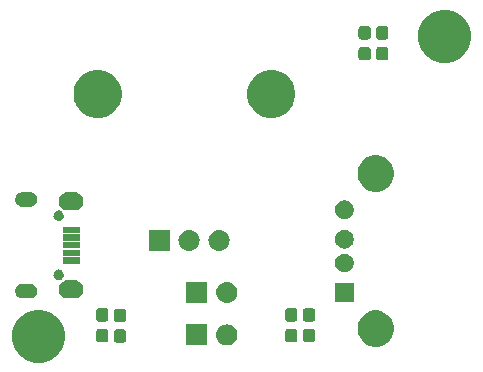
<source format=gbr>
G04 #@! TF.GenerationSoftware,KiCad,Pcbnew,(5.0.2-5-10.14)*
G04 #@! TF.CreationDate,2019-03-07T11:52:20+01:00*
G04 #@! TF.ProjectId,USBSwitch,55534253-7769-4746-9368-2e6b69636164,rev?*
G04 #@! TF.SameCoordinates,Original*
G04 #@! TF.FileFunction,Soldermask,Top*
G04 #@! TF.FilePolarity,Negative*
%FSLAX46Y46*%
G04 Gerber Fmt 4.6, Leading zero omitted, Abs format (unit mm)*
G04 Created by KiCad (PCBNEW (5.0.2-5-10.14)) date 2019 March 07, Thursday 11:52:20*
%MOMM*%
%LPD*%
G01*
G04 APERTURE LIST*
%ADD10C,0.100000*%
G04 APERTURE END LIST*
D10*
G36*
X53753384Y-60546081D02*
X54161037Y-60714937D01*
X54527917Y-60960078D01*
X54839922Y-61272083D01*
X55085063Y-61638963D01*
X55253919Y-62046616D01*
X55340000Y-62479378D01*
X55340000Y-62920622D01*
X55253919Y-63353384D01*
X55085063Y-63761037D01*
X54839922Y-64127917D01*
X54527917Y-64439922D01*
X54161037Y-64685063D01*
X53753384Y-64853919D01*
X53320622Y-64940000D01*
X52879378Y-64940000D01*
X52446616Y-64853919D01*
X52038963Y-64685063D01*
X51672083Y-64439922D01*
X51360078Y-64127917D01*
X51114937Y-63761037D01*
X50946081Y-63353384D01*
X50860000Y-62920622D01*
X50860000Y-62479378D01*
X50946081Y-62046616D01*
X51114937Y-61638963D01*
X51360078Y-61272083D01*
X51672083Y-60960078D01*
X52038963Y-60714937D01*
X52446616Y-60546081D01*
X52879378Y-60460000D01*
X53320622Y-60460000D01*
X53753384Y-60546081D01*
X53753384Y-60546081D01*
G37*
G36*
X82099201Y-60589180D02*
X82379463Y-60705269D01*
X82631693Y-60873803D01*
X82846197Y-61088307D01*
X83014731Y-61340537D01*
X83130820Y-61620799D01*
X83190000Y-61918322D01*
X83190000Y-62221678D01*
X83130820Y-62519201D01*
X83014731Y-62799463D01*
X82846197Y-63051693D01*
X82631693Y-63266197D01*
X82379463Y-63434731D01*
X82099201Y-63550820D01*
X81801678Y-63610000D01*
X81498322Y-63610000D01*
X81200799Y-63550820D01*
X80920537Y-63434731D01*
X80668307Y-63266197D01*
X80453803Y-63051693D01*
X80285269Y-62799463D01*
X80169180Y-62519201D01*
X80110000Y-62221678D01*
X80110000Y-61918322D01*
X80169180Y-61620799D01*
X80285269Y-61340537D01*
X80453803Y-61088307D01*
X80668307Y-60873803D01*
X80920537Y-60705269D01*
X81200799Y-60589180D01*
X81498322Y-60530000D01*
X81801678Y-60530000D01*
X82099201Y-60589180D01*
X82099201Y-60589180D01*
G37*
G36*
X69116407Y-61713219D02*
X69214470Y-61722878D01*
X69382236Y-61773769D01*
X69536850Y-61856412D01*
X69672370Y-61967630D01*
X69783588Y-62103150D01*
X69866231Y-62257764D01*
X69917122Y-62425530D01*
X69934306Y-62600000D01*
X69917122Y-62774470D01*
X69866231Y-62942236D01*
X69783588Y-63096850D01*
X69672370Y-63232370D01*
X69536850Y-63343588D01*
X69382236Y-63426231D01*
X69214470Y-63477122D01*
X69116407Y-63486781D01*
X69083720Y-63490000D01*
X68996280Y-63490000D01*
X68963593Y-63486781D01*
X68865530Y-63477122D01*
X68697764Y-63426231D01*
X68543150Y-63343588D01*
X68407630Y-63232370D01*
X68296412Y-63096850D01*
X68213769Y-62942236D01*
X68162878Y-62774470D01*
X68145694Y-62600000D01*
X68162878Y-62425530D01*
X68213769Y-62257764D01*
X68296412Y-62103150D01*
X68407630Y-61967630D01*
X68543150Y-61856412D01*
X68697764Y-61773769D01*
X68865530Y-61722878D01*
X68963593Y-61713219D01*
X68996280Y-61710000D01*
X69083720Y-61710000D01*
X69116407Y-61713219D01*
X69116407Y-61713219D01*
G37*
G36*
X67390000Y-63490000D02*
X65610000Y-63490000D01*
X65610000Y-61710000D01*
X67390000Y-61710000D01*
X67390000Y-63490000D01*
X67390000Y-63490000D01*
G37*
G36*
X60329817Y-62134680D02*
X60372915Y-62147754D01*
X60412636Y-62168985D01*
X60447446Y-62197554D01*
X60476015Y-62232364D01*
X60497246Y-62272085D01*
X60510320Y-62315183D01*
X60515000Y-62362700D01*
X60515000Y-63027300D01*
X60510320Y-63074817D01*
X60497246Y-63117915D01*
X60476015Y-63157636D01*
X60447446Y-63192446D01*
X60412636Y-63221015D01*
X60372915Y-63242246D01*
X60329817Y-63255320D01*
X60282300Y-63260000D01*
X59717700Y-63260000D01*
X59670183Y-63255320D01*
X59627085Y-63242246D01*
X59587364Y-63221015D01*
X59552554Y-63192446D01*
X59523985Y-63157636D01*
X59502754Y-63117915D01*
X59489680Y-63074817D01*
X59485000Y-63027300D01*
X59485000Y-62362700D01*
X59489680Y-62315183D01*
X59502754Y-62272085D01*
X59523985Y-62232364D01*
X59552554Y-62197554D01*
X59587364Y-62168985D01*
X59627085Y-62147754D01*
X59670183Y-62134680D01*
X59717700Y-62130000D01*
X60282300Y-62130000D01*
X60329817Y-62134680D01*
X60329817Y-62134680D01*
G37*
G36*
X76329817Y-62089680D02*
X76372915Y-62102754D01*
X76412636Y-62123985D01*
X76447446Y-62152554D01*
X76476015Y-62187364D01*
X76497246Y-62227085D01*
X76510320Y-62270183D01*
X76515000Y-62317700D01*
X76515000Y-62982300D01*
X76510320Y-63029817D01*
X76497246Y-63072915D01*
X76476015Y-63112636D01*
X76447446Y-63147446D01*
X76412636Y-63176015D01*
X76372915Y-63197246D01*
X76329817Y-63210320D01*
X76282300Y-63215000D01*
X75717700Y-63215000D01*
X75670183Y-63210320D01*
X75627085Y-63197246D01*
X75587364Y-63176015D01*
X75552554Y-63147446D01*
X75523985Y-63112636D01*
X75502754Y-63072915D01*
X75489680Y-63029817D01*
X75485000Y-62982300D01*
X75485000Y-62317700D01*
X75489680Y-62270183D01*
X75502754Y-62227085D01*
X75523985Y-62187364D01*
X75552554Y-62152554D01*
X75587364Y-62123985D01*
X75627085Y-62102754D01*
X75670183Y-62089680D01*
X75717700Y-62085000D01*
X76282300Y-62085000D01*
X76329817Y-62089680D01*
X76329817Y-62089680D01*
G37*
G36*
X74829817Y-62089680D02*
X74872915Y-62102754D01*
X74912636Y-62123985D01*
X74947446Y-62152554D01*
X74976015Y-62187364D01*
X74997246Y-62227085D01*
X75010320Y-62270183D01*
X75015000Y-62317700D01*
X75015000Y-62982300D01*
X75010320Y-63029817D01*
X74997246Y-63072915D01*
X74976015Y-63112636D01*
X74947446Y-63147446D01*
X74912636Y-63176015D01*
X74872915Y-63197246D01*
X74829817Y-63210320D01*
X74782300Y-63215000D01*
X74217700Y-63215000D01*
X74170183Y-63210320D01*
X74127085Y-63197246D01*
X74087364Y-63176015D01*
X74052554Y-63147446D01*
X74023985Y-63112636D01*
X74002754Y-63072915D01*
X73989680Y-63029817D01*
X73985000Y-62982300D01*
X73985000Y-62317700D01*
X73989680Y-62270183D01*
X74002754Y-62227085D01*
X74023985Y-62187364D01*
X74052554Y-62152554D01*
X74087364Y-62123985D01*
X74127085Y-62102754D01*
X74170183Y-62089680D01*
X74217700Y-62085000D01*
X74782300Y-62085000D01*
X74829817Y-62089680D01*
X74829817Y-62089680D01*
G37*
G36*
X58829817Y-62089680D02*
X58872915Y-62102754D01*
X58912636Y-62123985D01*
X58947446Y-62152554D01*
X58976015Y-62187364D01*
X58997246Y-62227085D01*
X59010320Y-62270183D01*
X59015000Y-62317700D01*
X59015000Y-62982300D01*
X59010320Y-63029817D01*
X58997246Y-63072915D01*
X58976015Y-63112636D01*
X58947446Y-63147446D01*
X58912636Y-63176015D01*
X58872915Y-63197246D01*
X58829817Y-63210320D01*
X58782300Y-63215000D01*
X58217700Y-63215000D01*
X58170183Y-63210320D01*
X58127085Y-63197246D01*
X58087364Y-63176015D01*
X58052554Y-63147446D01*
X58023985Y-63112636D01*
X58002754Y-63072915D01*
X57989680Y-63029817D01*
X57985000Y-62982300D01*
X57985000Y-62317700D01*
X57989680Y-62270183D01*
X58002754Y-62227085D01*
X58023985Y-62187364D01*
X58052554Y-62152554D01*
X58087364Y-62123985D01*
X58127085Y-62102754D01*
X58170183Y-62089680D01*
X58217700Y-62085000D01*
X58782300Y-62085000D01*
X58829817Y-62089680D01*
X58829817Y-62089680D01*
G37*
G36*
X60329817Y-60384680D02*
X60372915Y-60397754D01*
X60412636Y-60418985D01*
X60447446Y-60447554D01*
X60476015Y-60482364D01*
X60497246Y-60522085D01*
X60510320Y-60565183D01*
X60515000Y-60612700D01*
X60515000Y-61277300D01*
X60510320Y-61324817D01*
X60497246Y-61367915D01*
X60476015Y-61407636D01*
X60447446Y-61442446D01*
X60412636Y-61471015D01*
X60372915Y-61492246D01*
X60329817Y-61505320D01*
X60282300Y-61510000D01*
X59717700Y-61510000D01*
X59670183Y-61505320D01*
X59627085Y-61492246D01*
X59587364Y-61471015D01*
X59552554Y-61442446D01*
X59523985Y-61407636D01*
X59502754Y-61367915D01*
X59489680Y-61324817D01*
X59485000Y-61277300D01*
X59485000Y-60612700D01*
X59489680Y-60565183D01*
X59502754Y-60522085D01*
X59523985Y-60482364D01*
X59552554Y-60447554D01*
X59587364Y-60418985D01*
X59627085Y-60397754D01*
X59670183Y-60384680D01*
X59717700Y-60380000D01*
X60282300Y-60380000D01*
X60329817Y-60384680D01*
X60329817Y-60384680D01*
G37*
G36*
X76329817Y-60339680D02*
X76372915Y-60352754D01*
X76412636Y-60373985D01*
X76447446Y-60402554D01*
X76476015Y-60437364D01*
X76497246Y-60477085D01*
X76510320Y-60520183D01*
X76515000Y-60567700D01*
X76515000Y-61232300D01*
X76510320Y-61279817D01*
X76497246Y-61322915D01*
X76476015Y-61362636D01*
X76447446Y-61397446D01*
X76412636Y-61426015D01*
X76372915Y-61447246D01*
X76329817Y-61460320D01*
X76282300Y-61465000D01*
X75717700Y-61465000D01*
X75670183Y-61460320D01*
X75627085Y-61447246D01*
X75587364Y-61426015D01*
X75552554Y-61397446D01*
X75523985Y-61362636D01*
X75502754Y-61322915D01*
X75489680Y-61279817D01*
X75485000Y-61232300D01*
X75485000Y-60567700D01*
X75489680Y-60520183D01*
X75502754Y-60477085D01*
X75523985Y-60437364D01*
X75552554Y-60402554D01*
X75587364Y-60373985D01*
X75627085Y-60352754D01*
X75670183Y-60339680D01*
X75717700Y-60335000D01*
X76282300Y-60335000D01*
X76329817Y-60339680D01*
X76329817Y-60339680D01*
G37*
G36*
X58829817Y-60339680D02*
X58872915Y-60352754D01*
X58912636Y-60373985D01*
X58947446Y-60402554D01*
X58976015Y-60437364D01*
X58997246Y-60477085D01*
X59010320Y-60520183D01*
X59015000Y-60567700D01*
X59015000Y-61232300D01*
X59010320Y-61279817D01*
X58997246Y-61322915D01*
X58976015Y-61362636D01*
X58947446Y-61397446D01*
X58912636Y-61426015D01*
X58872915Y-61447246D01*
X58829817Y-61460320D01*
X58782300Y-61465000D01*
X58217700Y-61465000D01*
X58170183Y-61460320D01*
X58127085Y-61447246D01*
X58087364Y-61426015D01*
X58052554Y-61397446D01*
X58023985Y-61362636D01*
X58002754Y-61322915D01*
X57989680Y-61279817D01*
X57985000Y-61232300D01*
X57985000Y-60567700D01*
X57989680Y-60520183D01*
X58002754Y-60477085D01*
X58023985Y-60437364D01*
X58052554Y-60402554D01*
X58087364Y-60373985D01*
X58127085Y-60352754D01*
X58170183Y-60339680D01*
X58217700Y-60335000D01*
X58782300Y-60335000D01*
X58829817Y-60339680D01*
X58829817Y-60339680D01*
G37*
G36*
X74829817Y-60339680D02*
X74872915Y-60352754D01*
X74912636Y-60373985D01*
X74947446Y-60402554D01*
X74976015Y-60437364D01*
X74997246Y-60477085D01*
X75010320Y-60520183D01*
X75015000Y-60567700D01*
X75015000Y-61232300D01*
X75010320Y-61279817D01*
X74997246Y-61322915D01*
X74976015Y-61362636D01*
X74947446Y-61397446D01*
X74912636Y-61426015D01*
X74872915Y-61447246D01*
X74829817Y-61460320D01*
X74782300Y-61465000D01*
X74217700Y-61465000D01*
X74170183Y-61460320D01*
X74127085Y-61447246D01*
X74087364Y-61426015D01*
X74052554Y-61397446D01*
X74023985Y-61362636D01*
X74002754Y-61322915D01*
X73989680Y-61279817D01*
X73985000Y-61232300D01*
X73985000Y-60567700D01*
X73989680Y-60520183D01*
X74002754Y-60477085D01*
X74023985Y-60437364D01*
X74052554Y-60402554D01*
X74087364Y-60373985D01*
X74127085Y-60352754D01*
X74170183Y-60339680D01*
X74217700Y-60335000D01*
X74782300Y-60335000D01*
X74829817Y-60339680D01*
X74829817Y-60339680D01*
G37*
G36*
X69116407Y-58113220D02*
X69214470Y-58122878D01*
X69382236Y-58173769D01*
X69536850Y-58256412D01*
X69672370Y-58367630D01*
X69783588Y-58503150D01*
X69866231Y-58657764D01*
X69917122Y-58825530D01*
X69934306Y-59000000D01*
X69917122Y-59174470D01*
X69866231Y-59342236D01*
X69783588Y-59496850D01*
X69672370Y-59632370D01*
X69536850Y-59743588D01*
X69382236Y-59826231D01*
X69214470Y-59877122D01*
X69116407Y-59886780D01*
X69083720Y-59890000D01*
X68996280Y-59890000D01*
X68963593Y-59886780D01*
X68865530Y-59877122D01*
X68697764Y-59826231D01*
X68543150Y-59743588D01*
X68407630Y-59632370D01*
X68296412Y-59496850D01*
X68213769Y-59342236D01*
X68162878Y-59174470D01*
X68145694Y-59000000D01*
X68162878Y-58825530D01*
X68213769Y-58657764D01*
X68296412Y-58503150D01*
X68407630Y-58367630D01*
X68543150Y-58256412D01*
X68697764Y-58173769D01*
X68865530Y-58122878D01*
X68963593Y-58113220D01*
X68996280Y-58110000D01*
X69083720Y-58110000D01*
X69116407Y-58113220D01*
X69116407Y-58113220D01*
G37*
G36*
X67390000Y-59890000D02*
X65610000Y-59890000D01*
X65610000Y-58110000D01*
X67390000Y-58110000D01*
X67390000Y-59890000D01*
X67390000Y-59890000D01*
G37*
G36*
X79790000Y-59790000D02*
X78210000Y-59790000D01*
X78210000Y-58210000D01*
X79790000Y-58210000D01*
X79790000Y-59790000D01*
X79790000Y-59790000D01*
G37*
G36*
X56274966Y-57971069D02*
X56419169Y-58014813D01*
X56552067Y-58085848D01*
X56668554Y-58181446D01*
X56764152Y-58297933D01*
X56835187Y-58430831D01*
X56878931Y-58575034D01*
X56893701Y-58725000D01*
X56878931Y-58874966D01*
X56835187Y-59019169D01*
X56764152Y-59152067D01*
X56668554Y-59268554D01*
X56552067Y-59364152D01*
X56419169Y-59435187D01*
X56274966Y-59478931D01*
X56162578Y-59490000D01*
X55537422Y-59490000D01*
X55425034Y-59478931D01*
X55280831Y-59435187D01*
X55147933Y-59364152D01*
X55031446Y-59268554D01*
X54935848Y-59152067D01*
X54864813Y-59019169D01*
X54821069Y-58874966D01*
X54806299Y-58725000D01*
X54821069Y-58575034D01*
X54864813Y-58430831D01*
X54935848Y-58297933D01*
X55031446Y-58181446D01*
X55147933Y-58085848D01*
X55280831Y-58014813D01*
X55425034Y-57971069D01*
X55537422Y-57960000D01*
X56162578Y-57960000D01*
X56274966Y-57971069D01*
X56274966Y-57971069D01*
G37*
G36*
X52435324Y-58262966D02*
X52495561Y-58268899D01*
X52611489Y-58304066D01*
X52718329Y-58361173D01*
X52811974Y-58438026D01*
X52888827Y-58531671D01*
X52945934Y-58638511D01*
X52981101Y-58754439D01*
X52992975Y-58875000D01*
X52981101Y-58995561D01*
X52945934Y-59111489D01*
X52888827Y-59218329D01*
X52811974Y-59311974D01*
X52718329Y-59388827D01*
X52611489Y-59445934D01*
X52495561Y-59481101D01*
X52435324Y-59487034D01*
X52405207Y-59490000D01*
X51694793Y-59490000D01*
X51664676Y-59487034D01*
X51604439Y-59481101D01*
X51488511Y-59445934D01*
X51381671Y-59388827D01*
X51288026Y-59311974D01*
X51211173Y-59218329D01*
X51154066Y-59111489D01*
X51118899Y-58995561D01*
X51107025Y-58875000D01*
X51118899Y-58754439D01*
X51154066Y-58638511D01*
X51211173Y-58531671D01*
X51288026Y-58438026D01*
X51381671Y-58361173D01*
X51488511Y-58304066D01*
X51604439Y-58268899D01*
X51664676Y-58262966D01*
X51694793Y-58260000D01*
X52405207Y-58260000D01*
X52435324Y-58262966D01*
X52435324Y-58262966D01*
G37*
G36*
X54886252Y-57066366D02*
X54969195Y-57091527D01*
X55045636Y-57132385D01*
X55112632Y-57187368D01*
X55167615Y-57254364D01*
X55208473Y-57330805D01*
X55233634Y-57413748D01*
X55242129Y-57500000D01*
X55233634Y-57586252D01*
X55208473Y-57669195D01*
X55167615Y-57745636D01*
X55112632Y-57812632D01*
X55045636Y-57867615D01*
X54969195Y-57908473D01*
X54886252Y-57933634D01*
X54821618Y-57940000D01*
X54778382Y-57940000D01*
X54713748Y-57933634D01*
X54630805Y-57908473D01*
X54554364Y-57867615D01*
X54487368Y-57812632D01*
X54432385Y-57745636D01*
X54391527Y-57669195D01*
X54366366Y-57586252D01*
X54357871Y-57500000D01*
X54366366Y-57413748D01*
X54391527Y-57330805D01*
X54432385Y-57254364D01*
X54487368Y-57187368D01*
X54554364Y-57132385D01*
X54630805Y-57091527D01*
X54713748Y-57066366D01*
X54778382Y-57060000D01*
X54821618Y-57060000D01*
X54886252Y-57066366D01*
X54886252Y-57066366D01*
G37*
G36*
X79230435Y-55740358D02*
X79374205Y-55799910D01*
X79503595Y-55886366D01*
X79613634Y-55996405D01*
X79700090Y-56125795D01*
X79759642Y-56269565D01*
X79790000Y-56422191D01*
X79790000Y-56577809D01*
X79759642Y-56730435D01*
X79700090Y-56874205D01*
X79613634Y-57003595D01*
X79503595Y-57113634D01*
X79374205Y-57200090D01*
X79230435Y-57259642D01*
X79077809Y-57290000D01*
X78922191Y-57290000D01*
X78769565Y-57259642D01*
X78625795Y-57200090D01*
X78496405Y-57113634D01*
X78386366Y-57003595D01*
X78299910Y-56874205D01*
X78240358Y-56730435D01*
X78210000Y-56577809D01*
X78210000Y-56422191D01*
X78240358Y-56269565D01*
X78299910Y-56125795D01*
X78386366Y-55996405D01*
X78496405Y-55886366D01*
X78625795Y-55799910D01*
X78769565Y-55740358D01*
X78922191Y-55710000D01*
X79077809Y-55710000D01*
X79230435Y-55740358D01*
X79230435Y-55740358D01*
G37*
G36*
X56590000Y-56565000D02*
X55210000Y-56565000D01*
X55210000Y-56035000D01*
X56590000Y-56035000D01*
X56590000Y-56565000D01*
X56590000Y-56565000D01*
G37*
G36*
X56590000Y-55915000D02*
X55210000Y-55915000D01*
X55210000Y-55385000D01*
X56590000Y-55385000D01*
X56590000Y-55915000D01*
X56590000Y-55915000D01*
G37*
G36*
X64190000Y-55490000D02*
X62410000Y-55490000D01*
X62410000Y-53710000D01*
X64190000Y-53710000D01*
X64190000Y-55490000D01*
X64190000Y-55490000D01*
G37*
G36*
X68456407Y-53713220D02*
X68554470Y-53722878D01*
X68722236Y-53773769D01*
X68876850Y-53856412D01*
X69012370Y-53967630D01*
X69123588Y-54103150D01*
X69206231Y-54257764D01*
X69257122Y-54425530D01*
X69274306Y-54600000D01*
X69257122Y-54774470D01*
X69206231Y-54942236D01*
X69123588Y-55096850D01*
X69012370Y-55232370D01*
X68876850Y-55343588D01*
X68722236Y-55426231D01*
X68554470Y-55477122D01*
X68456407Y-55486781D01*
X68423720Y-55490000D01*
X68336280Y-55490000D01*
X68303593Y-55486781D01*
X68205530Y-55477122D01*
X68037764Y-55426231D01*
X67883150Y-55343588D01*
X67747630Y-55232370D01*
X67636412Y-55096850D01*
X67553769Y-54942236D01*
X67502878Y-54774470D01*
X67485694Y-54600000D01*
X67502878Y-54425530D01*
X67553769Y-54257764D01*
X67636412Y-54103150D01*
X67747630Y-53967630D01*
X67883150Y-53856412D01*
X68037764Y-53773769D01*
X68205530Y-53722878D01*
X68303593Y-53713220D01*
X68336280Y-53710000D01*
X68423720Y-53710000D01*
X68456407Y-53713220D01*
X68456407Y-53713220D01*
G37*
G36*
X65916407Y-53713220D02*
X66014470Y-53722878D01*
X66182236Y-53773769D01*
X66336850Y-53856412D01*
X66472370Y-53967630D01*
X66583588Y-54103150D01*
X66666231Y-54257764D01*
X66717122Y-54425530D01*
X66734306Y-54600000D01*
X66717122Y-54774470D01*
X66666231Y-54942236D01*
X66583588Y-55096850D01*
X66472370Y-55232370D01*
X66336850Y-55343588D01*
X66182236Y-55426231D01*
X66014470Y-55477122D01*
X65916407Y-55486781D01*
X65883720Y-55490000D01*
X65796280Y-55490000D01*
X65763593Y-55486781D01*
X65665530Y-55477122D01*
X65497764Y-55426231D01*
X65343150Y-55343588D01*
X65207630Y-55232370D01*
X65096412Y-55096850D01*
X65013769Y-54942236D01*
X64962878Y-54774470D01*
X64945694Y-54600000D01*
X64962878Y-54425530D01*
X65013769Y-54257764D01*
X65096412Y-54103150D01*
X65207630Y-53967630D01*
X65343150Y-53856412D01*
X65497764Y-53773769D01*
X65665530Y-53722878D01*
X65763593Y-53713220D01*
X65796280Y-53710000D01*
X65883720Y-53710000D01*
X65916407Y-53713220D01*
X65916407Y-53713220D01*
G37*
G36*
X79230435Y-53740358D02*
X79374205Y-53799910D01*
X79503595Y-53886366D01*
X79613634Y-53996405D01*
X79700090Y-54125795D01*
X79759642Y-54269565D01*
X79790000Y-54422191D01*
X79790000Y-54577809D01*
X79759642Y-54730435D01*
X79700090Y-54874205D01*
X79613634Y-55003595D01*
X79503595Y-55113634D01*
X79374205Y-55200090D01*
X79230435Y-55259642D01*
X79077809Y-55290000D01*
X78922191Y-55290000D01*
X78769565Y-55259642D01*
X78625795Y-55200090D01*
X78496405Y-55113634D01*
X78386366Y-55003595D01*
X78299910Y-54874205D01*
X78240358Y-54730435D01*
X78210000Y-54577809D01*
X78210000Y-54422191D01*
X78240358Y-54269565D01*
X78299910Y-54125795D01*
X78386366Y-53996405D01*
X78496405Y-53886366D01*
X78625795Y-53799910D01*
X78769565Y-53740358D01*
X78922191Y-53710000D01*
X79077809Y-53710000D01*
X79230435Y-53740358D01*
X79230435Y-53740358D01*
G37*
G36*
X56590000Y-55265000D02*
X55210000Y-55265000D01*
X55210000Y-54735000D01*
X56590000Y-54735000D01*
X56590000Y-55265000D01*
X56590000Y-55265000D01*
G37*
G36*
X56590000Y-54615000D02*
X55210000Y-54615000D01*
X55210000Y-54085000D01*
X56590000Y-54085000D01*
X56590000Y-54615000D01*
X56590000Y-54615000D01*
G37*
G36*
X56590000Y-53965000D02*
X55210000Y-53965000D01*
X55210000Y-53435000D01*
X56590000Y-53435000D01*
X56590000Y-53965000D01*
X56590000Y-53965000D01*
G37*
G36*
X54886252Y-52066366D02*
X54969195Y-52091527D01*
X55045636Y-52132385D01*
X55112632Y-52187368D01*
X55167615Y-52254364D01*
X55208473Y-52330805D01*
X55233634Y-52413748D01*
X55242129Y-52500000D01*
X55233634Y-52586252D01*
X55208473Y-52669195D01*
X55167615Y-52745636D01*
X55112632Y-52812632D01*
X55045636Y-52867615D01*
X54969195Y-52908473D01*
X54886252Y-52933634D01*
X54821618Y-52940000D01*
X54778382Y-52940000D01*
X54713748Y-52933634D01*
X54630805Y-52908473D01*
X54554364Y-52867615D01*
X54487368Y-52812632D01*
X54432385Y-52745636D01*
X54391527Y-52669195D01*
X54366366Y-52586252D01*
X54357871Y-52500000D01*
X54366366Y-52413748D01*
X54391527Y-52330805D01*
X54432385Y-52254364D01*
X54487368Y-52187368D01*
X54554364Y-52132385D01*
X54630805Y-52091527D01*
X54713748Y-52066366D01*
X54778382Y-52060000D01*
X54821618Y-52060000D01*
X54886252Y-52066366D01*
X54886252Y-52066366D01*
G37*
G36*
X79230435Y-51240358D02*
X79374205Y-51299910D01*
X79503595Y-51386366D01*
X79613634Y-51496405D01*
X79700090Y-51625795D01*
X79759642Y-51769565D01*
X79790000Y-51922191D01*
X79790000Y-52077809D01*
X79759642Y-52230435D01*
X79700090Y-52374205D01*
X79613634Y-52503595D01*
X79503595Y-52613634D01*
X79374205Y-52700090D01*
X79230435Y-52759642D01*
X79077809Y-52790000D01*
X78922191Y-52790000D01*
X78769565Y-52759642D01*
X78625795Y-52700090D01*
X78496405Y-52613634D01*
X78386366Y-52503595D01*
X78299910Y-52374205D01*
X78240358Y-52230435D01*
X78210000Y-52077809D01*
X78210000Y-51922191D01*
X78240358Y-51769565D01*
X78299910Y-51625795D01*
X78386366Y-51496405D01*
X78496405Y-51386366D01*
X78625795Y-51299910D01*
X78769565Y-51240358D01*
X78922191Y-51210000D01*
X79077809Y-51210000D01*
X79230435Y-51240358D01*
X79230435Y-51240358D01*
G37*
G36*
X56274966Y-50521069D02*
X56419169Y-50564813D01*
X56552067Y-50635848D01*
X56668554Y-50731446D01*
X56764152Y-50847933D01*
X56835187Y-50980831D01*
X56878931Y-51125034D01*
X56893701Y-51275000D01*
X56878931Y-51424966D01*
X56835187Y-51569169D01*
X56764152Y-51702067D01*
X56668554Y-51818554D01*
X56552067Y-51914152D01*
X56419169Y-51985187D01*
X56274966Y-52028931D01*
X56162578Y-52040000D01*
X55537422Y-52040000D01*
X55425034Y-52028931D01*
X55280831Y-51985187D01*
X55147933Y-51914152D01*
X55031446Y-51818554D01*
X54935848Y-51702067D01*
X54864813Y-51569169D01*
X54821069Y-51424966D01*
X54806299Y-51275000D01*
X54821069Y-51125034D01*
X54864813Y-50980831D01*
X54935848Y-50847933D01*
X55031446Y-50731446D01*
X55147933Y-50635848D01*
X55280831Y-50564813D01*
X55425034Y-50521069D01*
X55537422Y-50510000D01*
X56162578Y-50510000D01*
X56274966Y-50521069D01*
X56274966Y-50521069D01*
G37*
G36*
X52435324Y-50512966D02*
X52495561Y-50518899D01*
X52611489Y-50554066D01*
X52718329Y-50611173D01*
X52811974Y-50688026D01*
X52888827Y-50781671D01*
X52945934Y-50888511D01*
X52981101Y-51004439D01*
X52992975Y-51125000D01*
X52981101Y-51245561D01*
X52945934Y-51361489D01*
X52888827Y-51468329D01*
X52811974Y-51561974D01*
X52718329Y-51638827D01*
X52611489Y-51695934D01*
X52495561Y-51731101D01*
X52435324Y-51737034D01*
X52405207Y-51740000D01*
X51694793Y-51740000D01*
X51664676Y-51737034D01*
X51604439Y-51731101D01*
X51488511Y-51695934D01*
X51381671Y-51638827D01*
X51288026Y-51561974D01*
X51211173Y-51468329D01*
X51154066Y-51361489D01*
X51118899Y-51245561D01*
X51107025Y-51125000D01*
X51118899Y-51004439D01*
X51154066Y-50888511D01*
X51211173Y-50781671D01*
X51288026Y-50688026D01*
X51381671Y-50611173D01*
X51488511Y-50554066D01*
X51604439Y-50518899D01*
X51664676Y-50512966D01*
X51694793Y-50510000D01*
X52405207Y-50510000D01*
X52435324Y-50512966D01*
X52435324Y-50512966D01*
G37*
G36*
X82099201Y-47449180D02*
X82379463Y-47565269D01*
X82631693Y-47733803D01*
X82846197Y-47948307D01*
X83014731Y-48200537D01*
X83130820Y-48480799D01*
X83190000Y-48778322D01*
X83190000Y-49081678D01*
X83130820Y-49379201D01*
X83014731Y-49659463D01*
X82846197Y-49911693D01*
X82631693Y-50126197D01*
X82379463Y-50294731D01*
X82099201Y-50410820D01*
X81801678Y-50470000D01*
X81498322Y-50470000D01*
X81200799Y-50410820D01*
X80920537Y-50294731D01*
X80668307Y-50126197D01*
X80453803Y-49911693D01*
X80285269Y-49659463D01*
X80169180Y-49379201D01*
X80110000Y-49081678D01*
X80110000Y-48778322D01*
X80169180Y-48480799D01*
X80285269Y-48200537D01*
X80453803Y-47948307D01*
X80668307Y-47733803D01*
X80920537Y-47565269D01*
X81200799Y-47449180D01*
X81498322Y-47390000D01*
X81801678Y-47390000D01*
X82099201Y-47449180D01*
X82099201Y-47449180D01*
G37*
G36*
X73395046Y-40238395D02*
X73657564Y-40347134D01*
X73766303Y-40392175D01*
X74100424Y-40615428D01*
X74384572Y-40899576D01*
X74607825Y-41233697D01*
X74607825Y-41233698D01*
X74761605Y-41604954D01*
X74840000Y-41999076D01*
X74840000Y-42400924D01*
X74761605Y-42795046D01*
X74652866Y-43057564D01*
X74607825Y-43166303D01*
X74384572Y-43500424D01*
X74100424Y-43784572D01*
X73766303Y-44007825D01*
X73657564Y-44052866D01*
X73395046Y-44161605D01*
X73000924Y-44240000D01*
X72599076Y-44240000D01*
X72204954Y-44161605D01*
X71942436Y-44052866D01*
X71833697Y-44007825D01*
X71499576Y-43784572D01*
X71215428Y-43500424D01*
X70992175Y-43166303D01*
X70947134Y-43057564D01*
X70838395Y-42795046D01*
X70760000Y-42400924D01*
X70760000Y-41999076D01*
X70838395Y-41604954D01*
X70992175Y-41233698D01*
X70992175Y-41233697D01*
X71215428Y-40899576D01*
X71499576Y-40615428D01*
X71833697Y-40392175D01*
X71942436Y-40347134D01*
X72204954Y-40238395D01*
X72599076Y-40160000D01*
X73000924Y-40160000D01*
X73395046Y-40238395D01*
X73395046Y-40238395D01*
G37*
G36*
X58695046Y-40238395D02*
X58957564Y-40347134D01*
X59066303Y-40392175D01*
X59400424Y-40615428D01*
X59684572Y-40899576D01*
X59907825Y-41233697D01*
X59907825Y-41233698D01*
X60061605Y-41604954D01*
X60140000Y-41999076D01*
X60140000Y-42400924D01*
X60061605Y-42795046D01*
X59952866Y-43057564D01*
X59907825Y-43166303D01*
X59684572Y-43500424D01*
X59400424Y-43784572D01*
X59066303Y-44007825D01*
X58957564Y-44052866D01*
X58695046Y-44161605D01*
X58300924Y-44240000D01*
X57899076Y-44240000D01*
X57504954Y-44161605D01*
X57242436Y-44052866D01*
X57133697Y-44007825D01*
X56799576Y-43784572D01*
X56515428Y-43500424D01*
X56292175Y-43166303D01*
X56247134Y-43057564D01*
X56138395Y-42795046D01*
X56060000Y-42400924D01*
X56060000Y-41999076D01*
X56138395Y-41604954D01*
X56292175Y-41233698D01*
X56292175Y-41233697D01*
X56515428Y-40899576D01*
X56799576Y-40615428D01*
X57133697Y-40392175D01*
X57242436Y-40347134D01*
X57504954Y-40238395D01*
X57899076Y-40160000D01*
X58300924Y-40160000D01*
X58695046Y-40238395D01*
X58695046Y-40238395D01*
G37*
G36*
X88153384Y-35146081D02*
X88561037Y-35314937D01*
X88927917Y-35560078D01*
X89239922Y-35872083D01*
X89485063Y-36238963D01*
X89653919Y-36646616D01*
X89740000Y-37079378D01*
X89740000Y-37520622D01*
X89653919Y-37953384D01*
X89485063Y-38361037D01*
X89239922Y-38727917D01*
X88927917Y-39039922D01*
X88561037Y-39285063D01*
X88153384Y-39453919D01*
X87720622Y-39540000D01*
X87279378Y-39540000D01*
X86846616Y-39453919D01*
X86438963Y-39285063D01*
X86072083Y-39039922D01*
X85760078Y-38727917D01*
X85514937Y-38361037D01*
X85346081Y-37953384D01*
X85260000Y-37520622D01*
X85260000Y-37079378D01*
X85346081Y-36646616D01*
X85514937Y-36238963D01*
X85760078Y-35872083D01*
X86072083Y-35560078D01*
X86438963Y-35314937D01*
X86846616Y-35146081D01*
X87279378Y-35060000D01*
X87720622Y-35060000D01*
X88153384Y-35146081D01*
X88153384Y-35146081D01*
G37*
G36*
X82529817Y-38214680D02*
X82572915Y-38227754D01*
X82612636Y-38248985D01*
X82647446Y-38277554D01*
X82676015Y-38312364D01*
X82697246Y-38352085D01*
X82710320Y-38395183D01*
X82715000Y-38442700D01*
X82715000Y-39107300D01*
X82710320Y-39154817D01*
X82697246Y-39197915D01*
X82676015Y-39237636D01*
X82647446Y-39272446D01*
X82612636Y-39301015D01*
X82572915Y-39322246D01*
X82529817Y-39335320D01*
X82482300Y-39340000D01*
X81917700Y-39340000D01*
X81870183Y-39335320D01*
X81827085Y-39322246D01*
X81787364Y-39301015D01*
X81752554Y-39272446D01*
X81723985Y-39237636D01*
X81702754Y-39197915D01*
X81689680Y-39154817D01*
X81685000Y-39107300D01*
X81685000Y-38442700D01*
X81689680Y-38395183D01*
X81702754Y-38352085D01*
X81723985Y-38312364D01*
X81752554Y-38277554D01*
X81787364Y-38248985D01*
X81827085Y-38227754D01*
X81870183Y-38214680D01*
X81917700Y-38210000D01*
X82482300Y-38210000D01*
X82529817Y-38214680D01*
X82529817Y-38214680D01*
G37*
G36*
X81029817Y-38214680D02*
X81072915Y-38227754D01*
X81112636Y-38248985D01*
X81147446Y-38277554D01*
X81176015Y-38312364D01*
X81197246Y-38352085D01*
X81210320Y-38395183D01*
X81215000Y-38442700D01*
X81215000Y-39107300D01*
X81210320Y-39154817D01*
X81197246Y-39197915D01*
X81176015Y-39237636D01*
X81147446Y-39272446D01*
X81112636Y-39301015D01*
X81072915Y-39322246D01*
X81029817Y-39335320D01*
X80982300Y-39340000D01*
X80417700Y-39340000D01*
X80370183Y-39335320D01*
X80327085Y-39322246D01*
X80287364Y-39301015D01*
X80252554Y-39272446D01*
X80223985Y-39237636D01*
X80202754Y-39197915D01*
X80189680Y-39154817D01*
X80185000Y-39107300D01*
X80185000Y-38442700D01*
X80189680Y-38395183D01*
X80202754Y-38352085D01*
X80223985Y-38312364D01*
X80252554Y-38277554D01*
X80287364Y-38248985D01*
X80327085Y-38227754D01*
X80370183Y-38214680D01*
X80417700Y-38210000D01*
X80982300Y-38210000D01*
X81029817Y-38214680D01*
X81029817Y-38214680D01*
G37*
G36*
X82529817Y-36464680D02*
X82572915Y-36477754D01*
X82612636Y-36498985D01*
X82647446Y-36527554D01*
X82676015Y-36562364D01*
X82697246Y-36602085D01*
X82710320Y-36645183D01*
X82715000Y-36692700D01*
X82715000Y-37357300D01*
X82710320Y-37404817D01*
X82697246Y-37447915D01*
X82676015Y-37487636D01*
X82647446Y-37522446D01*
X82612636Y-37551015D01*
X82572915Y-37572246D01*
X82529817Y-37585320D01*
X82482300Y-37590000D01*
X81917700Y-37590000D01*
X81870183Y-37585320D01*
X81827085Y-37572246D01*
X81787364Y-37551015D01*
X81752554Y-37522446D01*
X81723985Y-37487636D01*
X81702754Y-37447915D01*
X81689680Y-37404817D01*
X81685000Y-37357300D01*
X81685000Y-36692700D01*
X81689680Y-36645183D01*
X81702754Y-36602085D01*
X81723985Y-36562364D01*
X81752554Y-36527554D01*
X81787364Y-36498985D01*
X81827085Y-36477754D01*
X81870183Y-36464680D01*
X81917700Y-36460000D01*
X82482300Y-36460000D01*
X82529817Y-36464680D01*
X82529817Y-36464680D01*
G37*
G36*
X81029817Y-36464680D02*
X81072915Y-36477754D01*
X81112636Y-36498985D01*
X81147446Y-36527554D01*
X81176015Y-36562364D01*
X81197246Y-36602085D01*
X81210320Y-36645183D01*
X81215000Y-36692700D01*
X81215000Y-37357300D01*
X81210320Y-37404817D01*
X81197246Y-37447915D01*
X81176015Y-37487636D01*
X81147446Y-37522446D01*
X81112636Y-37551015D01*
X81072915Y-37572246D01*
X81029817Y-37585320D01*
X80982300Y-37590000D01*
X80417700Y-37590000D01*
X80370183Y-37585320D01*
X80327085Y-37572246D01*
X80287364Y-37551015D01*
X80252554Y-37522446D01*
X80223985Y-37487636D01*
X80202754Y-37447915D01*
X80189680Y-37404817D01*
X80185000Y-37357300D01*
X80185000Y-36692700D01*
X80189680Y-36645183D01*
X80202754Y-36602085D01*
X80223985Y-36562364D01*
X80252554Y-36527554D01*
X80287364Y-36498985D01*
X80327085Y-36477754D01*
X80370183Y-36464680D01*
X80417700Y-36460000D01*
X80982300Y-36460000D01*
X81029817Y-36464680D01*
X81029817Y-36464680D01*
G37*
M02*

</source>
